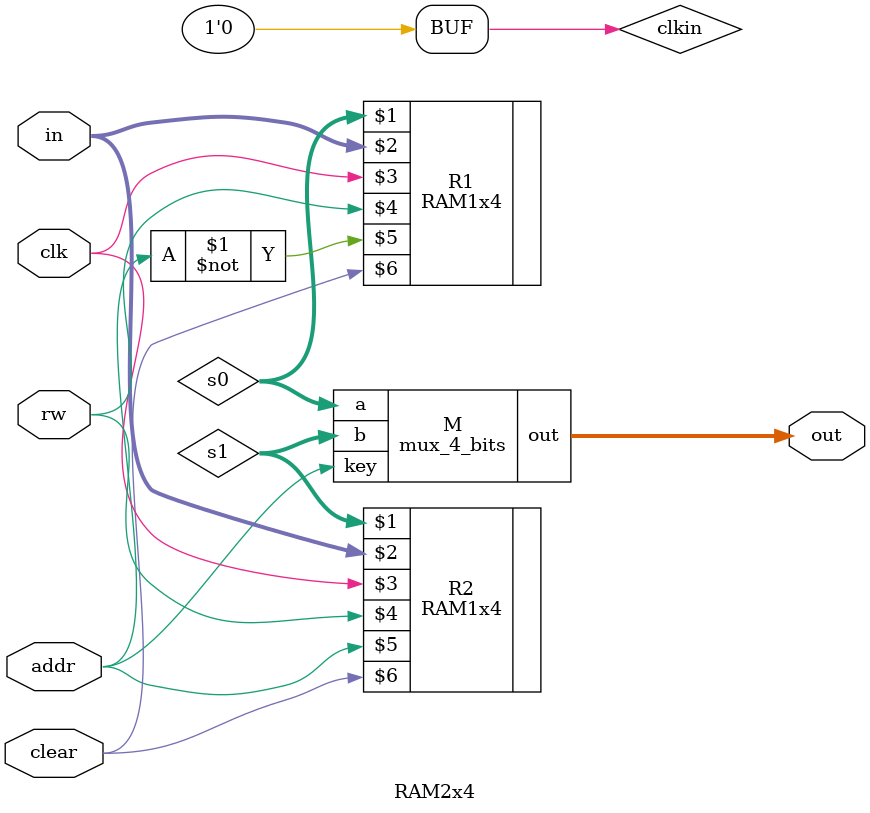
<source format=v>


`include "ram1x4.v"
module mux (output out, input a, input b, input key);
   wire s0, s1;
   and AND1 (s0, a, ~key);
   and AND2 (s1, b, key);
   or OR (out, s0, s1);
endmodule

module mux_4_bits (output [3:0] out, input [3:0] a, input [3:0] b, input key);
   mux M1 (out[0], a[0], b[0], key);
   mux M2 (out[1], a[1], b[1], key);
   mux M3 (out[2], a[2], b[2], key);
   mux M4 (out[3], a[3], b[3], key);
endmodule

module RAM2x4 (output [3:0] out, input [3:0] in, input clk, input rw, input addr, input clear);
   wire [3:0] s0, s1;
   reg clkin = 0;

   RAM1x4 R1 (s0, in, clk, rw, ~addr, clear);
   RAM1x4 R2 (s1, in, clk, rw, addr, clear);
   mux_4_bits M (out, s0, s1, addr);

endmodule
</source>
